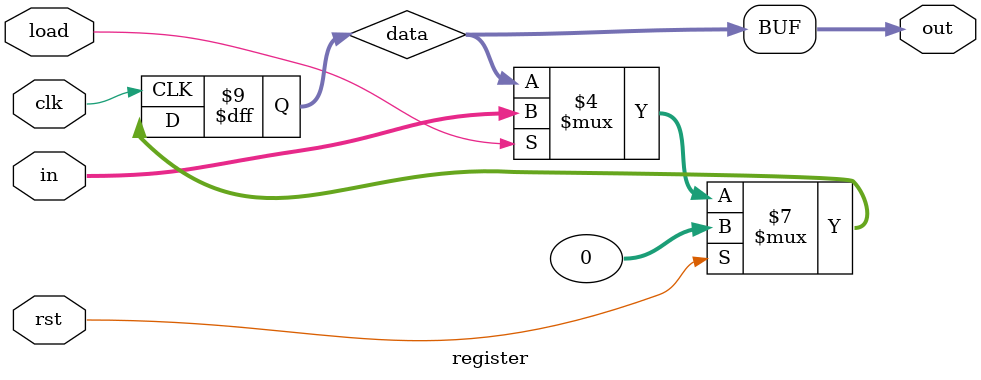
<source format=sv>
module register #(
    parameter width = 32
) (
    input clk,
    input rst,
    input load,
    input [width-1:0] in,
    output logic [width-1:0] out
);

    logic [width-1:0] data;

    always_ff @(posedge clk) begin
        if (rst) begin
            data <= '0;
        end
        else if (load) begin
            data <= in;
        end
        else begin
            data <= data;
        end
    end

    always_comb begin
        out = data;
    end

endmodule : register

</source>
